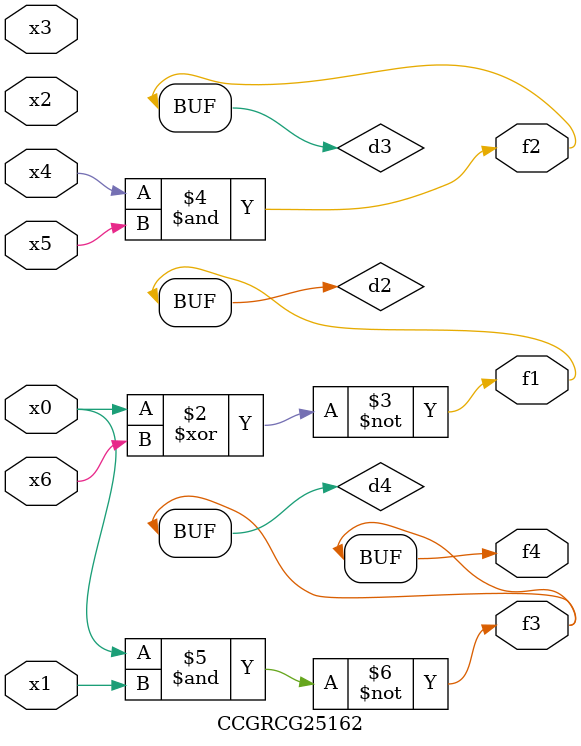
<source format=v>
module CCGRCG25162(
	input x0, x1, x2, x3, x4, x5, x6,
	output f1, f2, f3, f4
);

	wire d1, d2, d3, d4;

	nor (d1, x0);
	xnor (d2, x0, x6);
	and (d3, x4, x5);
	nand (d4, x0, x1);
	assign f1 = d2;
	assign f2 = d3;
	assign f3 = d4;
	assign f4 = d4;
endmodule

</source>
